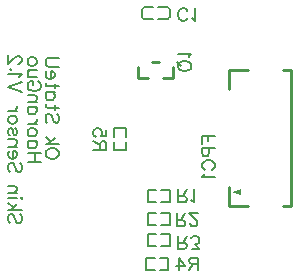
<source format=gbo>
G04 Layer: BottomSilkscreenLayer*
G04 EasyEDA v6.5.46, 2025-07-23 17:24:06*
G04 74a4e304ba1b453b8bde7bcb9ef7a0d0,7be8f16a26344db1bf46185b0a727cd7,10*
G04 Gerber Generator version 0.2*
G04 Scale: 100 percent, Rotated: No, Reflected: No *
G04 Dimensions in millimeters *
G04 leading zeros omitted , absolute positions ,4 integer and 5 decimal *
%FSLAX45Y45*%
%MOMM*%

%ADD10C,0.1500*%
%ADD11C,0.1524*%
%ADD12C,0.2540*%

%LPD*%
D10*
X1505389Y6230327D02*
G01*
X1499936Y6219418D01*
X1489026Y6208509D01*
X1478117Y6203053D01*
X1461754Y6197600D01*
X1434482Y6197600D01*
X1418117Y6203053D01*
X1407208Y6208509D01*
X1396298Y6219418D01*
X1390845Y6230327D01*
X1390845Y6252146D01*
X1396298Y6263053D01*
X1407208Y6273962D01*
X1418117Y6279418D01*
X1434482Y6284871D01*
X1461754Y6284871D01*
X1478117Y6279418D01*
X1489026Y6273962D01*
X1499936Y6263053D01*
X1505389Y6252146D01*
X1505389Y6230327D01*
X1505389Y6320871D02*
G01*
X1390845Y6320871D01*
X1467208Y6375417D02*
G01*
X1412664Y6320871D01*
X1434482Y6342689D02*
G01*
X1390845Y6380871D01*
X1489026Y6577236D02*
G01*
X1499936Y6566326D01*
X1505389Y6549964D01*
X1505389Y6528145D01*
X1499936Y6511780D01*
X1489026Y6500870D01*
X1478117Y6500870D01*
X1467208Y6506326D01*
X1461754Y6511780D01*
X1456298Y6522689D01*
X1445389Y6555417D01*
X1439936Y6566326D01*
X1434482Y6571780D01*
X1423573Y6577236D01*
X1407208Y6577236D01*
X1396298Y6566326D01*
X1390845Y6549964D01*
X1390845Y6528145D01*
X1396298Y6511780D01*
X1407208Y6500870D01*
X1505389Y6629598D02*
G01*
X1412664Y6629598D01*
X1396298Y6635054D01*
X1390845Y6645963D01*
X1390845Y6656872D01*
X1467208Y6613235D02*
G01*
X1467208Y6651416D01*
X1467208Y6758325D02*
G01*
X1390845Y6758325D01*
X1450845Y6758325D02*
G01*
X1461754Y6747416D01*
X1467208Y6736509D01*
X1467208Y6720144D01*
X1461754Y6709234D01*
X1450845Y6698325D01*
X1434482Y6692872D01*
X1423573Y6692872D01*
X1407208Y6698325D01*
X1396298Y6709234D01*
X1390845Y6720144D01*
X1390845Y6736509D01*
X1396298Y6747416D01*
X1407208Y6758325D01*
X1505389Y6810689D02*
G01*
X1412664Y6810689D01*
X1396298Y6816143D01*
X1390845Y6827052D01*
X1390845Y6837961D01*
X1467208Y6794327D02*
G01*
X1467208Y6832508D01*
X1434482Y6873961D02*
G01*
X1434482Y6939417D01*
X1445389Y6939417D01*
X1456298Y6933961D01*
X1461754Y6928507D01*
X1467208Y6917598D01*
X1467208Y6901235D01*
X1461754Y6890326D01*
X1450845Y6879417D01*
X1434482Y6873961D01*
X1423573Y6873961D01*
X1407208Y6879417D01*
X1396298Y6890326D01*
X1390845Y6901235D01*
X1390845Y6917598D01*
X1396298Y6928507D01*
X1407208Y6939417D01*
X1505389Y6975416D02*
G01*
X1423573Y6975416D01*
X1407208Y6980869D01*
X1396298Y6991779D01*
X1390845Y7008144D01*
X1390845Y7019053D01*
X1396298Y7035416D01*
X1407208Y7046325D01*
X1423573Y7051779D01*
X1505389Y7051779D01*
X1352989Y6172200D02*
G01*
X1238445Y6172200D01*
X1352989Y6248562D02*
G01*
X1238445Y6248562D01*
X1298445Y6172200D02*
G01*
X1298445Y6248562D01*
X1314808Y6350017D02*
G01*
X1238445Y6350017D01*
X1298445Y6350017D02*
G01*
X1309354Y6339108D01*
X1314808Y6328199D01*
X1314808Y6311836D01*
X1309354Y6300927D01*
X1298445Y6290017D01*
X1282082Y6284564D01*
X1271173Y6284564D01*
X1254808Y6290017D01*
X1243898Y6300927D01*
X1238445Y6311836D01*
X1238445Y6328199D01*
X1243898Y6339108D01*
X1254808Y6350017D01*
X1314808Y6413289D02*
G01*
X1309354Y6402382D01*
X1298445Y6391473D01*
X1282082Y6386017D01*
X1271173Y6386017D01*
X1254808Y6391473D01*
X1243898Y6402382D01*
X1238445Y6413289D01*
X1238445Y6429654D01*
X1243898Y6440563D01*
X1254808Y6451472D01*
X1271173Y6456926D01*
X1282082Y6456926D01*
X1298445Y6451472D01*
X1309354Y6440563D01*
X1314808Y6429654D01*
X1314808Y6413289D01*
X1314808Y6492925D02*
G01*
X1238445Y6492925D01*
X1282082Y6492925D02*
G01*
X1298445Y6498381D01*
X1309354Y6509291D01*
X1314808Y6520200D01*
X1314808Y6536562D01*
X1314808Y6638018D02*
G01*
X1238445Y6638018D01*
X1298445Y6638018D02*
G01*
X1309354Y6627108D01*
X1314808Y6616199D01*
X1314808Y6599834D01*
X1309354Y6588927D01*
X1298445Y6578018D01*
X1282082Y6572562D01*
X1271173Y6572562D01*
X1254808Y6578018D01*
X1243898Y6588927D01*
X1238445Y6599834D01*
X1238445Y6616199D01*
X1243898Y6627108D01*
X1254808Y6638018D01*
X1314808Y6674017D02*
G01*
X1238445Y6674017D01*
X1292989Y6674017D02*
G01*
X1309354Y6690380D01*
X1314808Y6701289D01*
X1314808Y6717652D01*
X1309354Y6728561D01*
X1292989Y6734017D01*
X1238445Y6734017D01*
X1325717Y6851835D02*
G01*
X1336626Y6846379D01*
X1347536Y6835470D01*
X1352989Y6824563D01*
X1352989Y6802744D01*
X1347536Y6791835D01*
X1336626Y6780926D01*
X1325717Y6775470D01*
X1309354Y6770016D01*
X1282082Y6770016D01*
X1265717Y6775470D01*
X1254808Y6780926D01*
X1243898Y6791835D01*
X1238445Y6802744D01*
X1238445Y6824563D01*
X1243898Y6835470D01*
X1254808Y6846379D01*
X1265717Y6851835D01*
X1282082Y6851835D01*
X1282082Y6824563D02*
G01*
X1282082Y6851835D01*
X1314808Y6887834D02*
G01*
X1260264Y6887834D01*
X1243898Y6893288D01*
X1238445Y6904197D01*
X1238445Y6920562D01*
X1243898Y6931472D01*
X1260264Y6947834D01*
X1314808Y6947834D02*
G01*
X1238445Y6947834D01*
X1314808Y7011108D02*
G01*
X1309354Y7000199D01*
X1298445Y6989290D01*
X1282082Y6983834D01*
X1271173Y6983834D01*
X1254808Y6989290D01*
X1243898Y7000199D01*
X1238445Y7011108D01*
X1238445Y7027471D01*
X1243898Y7038380D01*
X1254808Y7049289D01*
X1271173Y7054743D01*
X1282082Y7054743D01*
X1298445Y7049289D01*
X1309354Y7038380D01*
X1314808Y7027471D01*
X1314808Y7011108D01*
X1171526Y5727862D02*
G01*
X1182436Y5716953D01*
X1187889Y5700590D01*
X1187889Y5678771D01*
X1182436Y5662409D01*
X1171526Y5651500D01*
X1160617Y5651500D01*
X1149708Y5656953D01*
X1144254Y5662409D01*
X1138799Y5673318D01*
X1127889Y5706046D01*
X1122436Y5716953D01*
X1116982Y5722409D01*
X1106073Y5727862D01*
X1089708Y5727862D01*
X1078799Y5716953D01*
X1073345Y5700590D01*
X1073345Y5678771D01*
X1078799Y5662409D01*
X1089708Y5651500D01*
X1187889Y5763864D02*
G01*
X1073345Y5763864D01*
X1149708Y5818408D02*
G01*
X1095164Y5763864D01*
X1116982Y5785680D02*
G01*
X1073345Y5823864D01*
X1187889Y5859863D02*
G01*
X1182436Y5865317D01*
X1187889Y5870773D01*
X1193345Y5865317D01*
X1187889Y5859863D01*
X1149708Y5865317D02*
G01*
X1073345Y5865317D01*
X1149708Y5906772D02*
G01*
X1073345Y5906772D01*
X1127889Y5906772D02*
G01*
X1144254Y5923135D01*
X1149708Y5934044D01*
X1149708Y5950409D01*
X1144254Y5961316D01*
X1127889Y5966772D01*
X1073345Y5966772D01*
X1171526Y6163134D02*
G01*
X1182436Y6152225D01*
X1187889Y6135862D01*
X1187889Y6114044D01*
X1182436Y6097681D01*
X1171526Y6086772D01*
X1160617Y6086772D01*
X1149708Y6092225D01*
X1144254Y6097681D01*
X1138799Y6108590D01*
X1127889Y6141316D01*
X1122436Y6152225D01*
X1116982Y6157681D01*
X1106073Y6163134D01*
X1089708Y6163134D01*
X1078799Y6152225D01*
X1073345Y6135862D01*
X1073345Y6114044D01*
X1078799Y6097681D01*
X1089708Y6086772D01*
X1116982Y6199134D02*
G01*
X1116982Y6264589D01*
X1127889Y6264589D01*
X1138799Y6259134D01*
X1144254Y6253680D01*
X1149708Y6242771D01*
X1149708Y6226408D01*
X1144254Y6215499D01*
X1133345Y6204590D01*
X1116982Y6199134D01*
X1106073Y6199134D01*
X1089708Y6204590D01*
X1078799Y6215499D01*
X1073345Y6226408D01*
X1073345Y6242771D01*
X1078799Y6253680D01*
X1089708Y6264589D01*
X1149708Y6300589D02*
G01*
X1073345Y6300589D01*
X1127889Y6300589D02*
G01*
X1144254Y6316952D01*
X1149708Y6327861D01*
X1149708Y6344226D01*
X1144254Y6355135D01*
X1127889Y6360589D01*
X1073345Y6360589D01*
X1133345Y6456588D02*
G01*
X1144254Y6451135D01*
X1149708Y6434769D01*
X1149708Y6418407D01*
X1144254Y6402044D01*
X1133345Y6396588D01*
X1122436Y6402044D01*
X1116982Y6412953D01*
X1111526Y6440225D01*
X1106073Y6451135D01*
X1095164Y6456588D01*
X1089708Y6456588D01*
X1078799Y6451135D01*
X1073345Y6434769D01*
X1073345Y6418407D01*
X1078799Y6402044D01*
X1089708Y6396588D01*
X1149708Y6519862D02*
G01*
X1144254Y6508953D01*
X1133345Y6498043D01*
X1116982Y6492587D01*
X1106073Y6492587D01*
X1089708Y6498043D01*
X1078799Y6508953D01*
X1073345Y6519862D01*
X1073345Y6536225D01*
X1078799Y6547134D01*
X1089708Y6558043D01*
X1106073Y6563497D01*
X1116982Y6563497D01*
X1133345Y6558043D01*
X1144254Y6547134D01*
X1149708Y6536225D01*
X1149708Y6519862D01*
X1149708Y6599498D02*
G01*
X1073345Y6599498D01*
X1116982Y6599498D02*
G01*
X1133345Y6604952D01*
X1144254Y6615861D01*
X1149708Y6626771D01*
X1149708Y6643133D01*
X1187889Y6763133D02*
G01*
X1073345Y6806770D01*
X1187889Y6850407D02*
G01*
X1073345Y6806770D01*
X1166073Y6886407D02*
G01*
X1171526Y6897316D01*
X1187889Y6913679D01*
X1073345Y6913679D01*
X1100617Y6955134D02*
G01*
X1095164Y6949678D01*
X1089708Y6955134D01*
X1095164Y6960588D01*
X1100617Y6955134D01*
X1160617Y7002043D02*
G01*
X1166073Y7002043D01*
X1176982Y7007497D01*
X1182436Y7012952D01*
X1187889Y7023862D01*
X1187889Y7045678D01*
X1182436Y7056587D01*
X1176982Y7062043D01*
X1166073Y7067497D01*
X1155164Y7067497D01*
X1144254Y7062043D01*
X1127889Y7051133D01*
X1073345Y6996587D01*
X1073345Y7072952D01*
D11*
X2624587Y6971141D02*
G01*
X2619507Y6960727D01*
X2609093Y6950313D01*
X2598679Y6944979D01*
X2582931Y6939899D01*
X2557023Y6939899D01*
X2541529Y6944979D01*
X2531115Y6950313D01*
X2520701Y6960727D01*
X2515621Y6971141D01*
X2515621Y6991969D01*
X2520701Y7002129D01*
X2531115Y7012543D01*
X2541529Y7017877D01*
X2557023Y7022957D01*
X2582931Y7022957D01*
X2598679Y7017877D01*
X2609093Y7012543D01*
X2619507Y7002129D01*
X2624587Y6991969D01*
X2624587Y6971141D01*
X2536195Y6986635D02*
G01*
X2505207Y7017877D01*
X2603759Y7057247D02*
G01*
X2609093Y7067661D01*
X2624587Y7083409D01*
X2515621Y7083409D01*
X2592577Y7390892D02*
G01*
X2587243Y7380478D01*
X2576829Y7370063D01*
X2566670Y7364984D01*
X2545841Y7364984D01*
X2535427Y7370063D01*
X2525013Y7380478D01*
X2519679Y7390892D01*
X2514600Y7406639D01*
X2514600Y7432547D01*
X2519679Y7448042D01*
X2525013Y7458455D01*
X2535427Y7468870D01*
X2545841Y7473950D01*
X2566670Y7473950D01*
X2576829Y7468870D01*
X2587243Y7458455D01*
X2592577Y7448042D01*
X2626868Y7385812D02*
G01*
X2637281Y7380478D01*
X2652775Y7364984D01*
X2652775Y7473950D01*
X2514600Y5828284D02*
G01*
X2514600Y5937250D01*
X2514600Y5828284D02*
G01*
X2561336Y5828284D01*
X2576829Y5833363D01*
X2582163Y5838697D01*
X2587243Y5849112D01*
X2587243Y5859526D01*
X2582163Y5869939D01*
X2576829Y5875020D01*
X2561336Y5880100D01*
X2514600Y5880100D01*
X2550922Y5880100D02*
G01*
X2587243Y5937250D01*
X2621534Y5849112D02*
G01*
X2631947Y5843778D01*
X2647695Y5828284D01*
X2647695Y5937250D01*
X2501900Y5625084D02*
G01*
X2501900Y5734050D01*
X2501900Y5625084D02*
G01*
X2548636Y5625084D01*
X2564129Y5630163D01*
X2569463Y5635497D01*
X2574543Y5645912D01*
X2574543Y5656326D01*
X2569463Y5666739D01*
X2564129Y5671820D01*
X2548636Y5676900D01*
X2501900Y5676900D01*
X2538222Y5676900D02*
G01*
X2574543Y5734050D01*
X2614168Y5650992D02*
G01*
X2614168Y5645912D01*
X2619247Y5635497D01*
X2624581Y5630163D01*
X2634995Y5625084D01*
X2655570Y5625084D01*
X2665984Y5630163D01*
X2671318Y5635497D01*
X2676397Y5645912D01*
X2676397Y5656326D01*
X2671318Y5666739D01*
X2660904Y5682234D01*
X2608834Y5734050D01*
X2681731Y5734050D01*
X2514600Y5434584D02*
G01*
X2514600Y5543550D01*
X2514600Y5434584D02*
G01*
X2561336Y5434584D01*
X2576829Y5439663D01*
X2582163Y5444997D01*
X2587243Y5455412D01*
X2587243Y5465826D01*
X2582163Y5476239D01*
X2576829Y5481320D01*
X2561336Y5486400D01*
X2514600Y5486400D01*
X2550922Y5486400D02*
G01*
X2587243Y5543550D01*
X2631947Y5434584D02*
G01*
X2689097Y5434584D01*
X2658109Y5476239D01*
X2673604Y5476239D01*
X2684018Y5481320D01*
X2689097Y5486400D01*
X2694431Y5502147D01*
X2694431Y5512562D01*
X2689097Y5528055D01*
X2678684Y5538470D01*
X2663190Y5543550D01*
X2647695Y5543550D01*
X2631947Y5538470D01*
X2626868Y5533389D01*
X2621534Y5522976D01*
X2679700Y5360415D02*
G01*
X2679700Y5251450D01*
X2679700Y5360415D02*
G01*
X2632963Y5360415D01*
X2617470Y5355336D01*
X2612136Y5350002D01*
X2607056Y5339587D01*
X2607056Y5329173D01*
X2612136Y5318760D01*
X2617470Y5313679D01*
X2632963Y5308600D01*
X2679700Y5308600D01*
X2643377Y5308600D02*
G01*
X2607056Y5251450D01*
X2520695Y5360415D02*
G01*
X2572765Y5287771D01*
X2494788Y5287771D01*
X2520695Y5360415D02*
G01*
X2520695Y5251450D01*
X1906015Y6273800D02*
G01*
X1797050Y6273800D01*
X1906015Y6273800D02*
G01*
X1906015Y6320536D01*
X1900936Y6336029D01*
X1895602Y6341363D01*
X1885187Y6346444D01*
X1874773Y6346444D01*
X1864360Y6341363D01*
X1859279Y6336029D01*
X1854200Y6320536D01*
X1854200Y6273800D01*
X1854200Y6310121D02*
G01*
X1797050Y6346444D01*
X1906015Y6443218D02*
G01*
X1906015Y6391147D01*
X1859279Y6386068D01*
X1864360Y6391147D01*
X1869694Y6406895D01*
X1869694Y6422389D01*
X1864360Y6437884D01*
X1854200Y6448297D01*
X1838452Y6453631D01*
X1828037Y6453631D01*
X1812544Y6448297D01*
X1802129Y6437884D01*
X1797050Y6422389D01*
X1797050Y6406895D01*
X1802129Y6391147D01*
X1807210Y6386068D01*
X1817623Y6380734D01*
X2716771Y6392100D02*
G01*
X2825737Y6392100D01*
X2716771Y6392100D02*
G01*
X2716771Y6324536D01*
X2768587Y6392100D02*
G01*
X2768587Y6350444D01*
X2716771Y6290246D02*
G01*
X2825737Y6290246D01*
X2716771Y6290246D02*
G01*
X2716771Y6243510D01*
X2721851Y6228016D01*
X2727185Y6222682D01*
X2737599Y6217602D01*
X2753093Y6217602D01*
X2763507Y6222682D01*
X2768587Y6228016D01*
X2773921Y6243510D01*
X2773921Y6290246D01*
X2742679Y6105334D02*
G01*
X2732265Y6110414D01*
X2721851Y6120828D01*
X2716771Y6131242D01*
X2716771Y6152070D01*
X2721851Y6162484D01*
X2732265Y6172898D01*
X2742679Y6177978D01*
X2758427Y6183312D01*
X2784335Y6183312D01*
X2799829Y6177978D01*
X2810243Y6172898D01*
X2820657Y6162484D01*
X2825737Y6152070D01*
X2825737Y6131242D01*
X2820657Y6120828D01*
X2810243Y6110414D01*
X2799829Y6105334D01*
X2737599Y6071044D02*
G01*
X2732265Y6060630D01*
X2716771Y6045136D01*
X2825737Y6045136D01*
G36*
X3048000Y5938723D02*
G01*
X2971800Y5913323D01*
X3048000Y5887923D01*
G37*
D12*
X2387699Y6876900D02*
G01*
X2474099Y6876900D01*
X2474099Y6876900D02*
G01*
X2474099Y6976902D01*
X2292703Y7016899D02*
G01*
X2355496Y7016899D01*
X2174100Y6876900D02*
G01*
X2260500Y6876900D01*
X2174100Y6876900D02*
G01*
X2174100Y6976902D01*
D11*
X2425730Y7379639D02*
G01*
X2346721Y7379639D01*
X2346721Y7479360D02*
G01*
X2425730Y7479360D01*
X2440970Y7464120D02*
G01*
X2440970Y7394879D01*
X2222469Y7379639D02*
G01*
X2301478Y7379639D01*
X2301478Y7479360D02*
G01*
X2222469Y7479360D01*
X2207229Y7464120D02*
G01*
X2207229Y7394879D01*
X2326878Y5929960D02*
G01*
X2255075Y5929960D01*
X2255075Y5830239D01*
X2326878Y5830239D01*
X2372121Y5929960D02*
G01*
X2443924Y5929960D01*
X2443924Y5830239D01*
X2372121Y5830239D01*
X2326878Y5739460D02*
G01*
X2255075Y5739460D01*
X2255075Y5639739D01*
X2326878Y5639739D01*
X2372121Y5739460D02*
G01*
X2443924Y5739460D01*
X2443924Y5639739D01*
X2372121Y5639739D01*
X2326878Y5561660D02*
G01*
X2255075Y5561660D01*
X2255075Y5461939D01*
X2326878Y5461939D01*
X2372121Y5561660D02*
G01*
X2443924Y5561660D01*
X2443924Y5461939D01*
X2372121Y5461939D01*
X2359421Y5258739D02*
G01*
X2431224Y5258739D01*
X2431224Y5358460D01*
X2359421Y5358460D01*
X2314178Y5258739D02*
G01*
X2242375Y5258739D01*
X2242375Y5358460D01*
X2314178Y5358460D01*
X1969439Y6340078D02*
G01*
X1969439Y6268275D01*
X2069160Y6268275D01*
X2069160Y6340078D01*
X1969439Y6385321D02*
G01*
X1969439Y6457124D01*
X2069160Y6457124D01*
X2069160Y6385321D01*
D12*
X3467097Y6952406D02*
G01*
X3467097Y5798418D01*
X2946397Y6952394D02*
G01*
X2946397Y6791020D01*
X3105675Y6952394D02*
G01*
X2946397Y6952394D01*
X3467097Y6952394D02*
G01*
X3401905Y6952394D01*
X2946397Y5959797D02*
G01*
X2946397Y5798418D01*
X3105680Y5798418D02*
G01*
X2946397Y5798418D01*
X3467097Y5798418D02*
G01*
X3401910Y5798418D01*
D11*
G75*
G01*
X2425730Y7479360D02*
G02*
X2440970Y7464120I0J-15240D01*
G75*
G01*
X2440970Y7394880D02*
G02*
X2425730Y7379640I-15240J0D01*
G75*
G01*
X2222470Y7479360D02*
G03*
X2207230Y7464120I0J-15240D01*
G75*
G01*
X2207230Y7394880D02*
G03*
X2222470Y7379640I15240J0D01*
M02*

</source>
